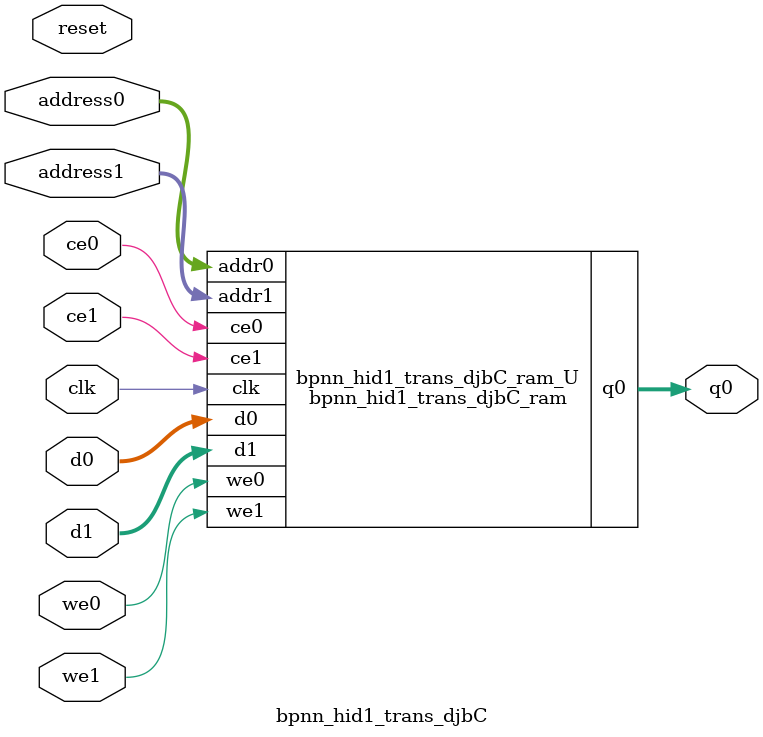
<source format=v>

`timescale 1 ns / 1 ps
module bpnn_hid1_trans_djbC_ram (addr0, ce0, d0, we0, q0, addr1, ce1, d1, we1,  clk);

parameter DWIDTH = 20;
parameter AWIDTH = 5;
parameter MEM_SIZE = 20;

input[AWIDTH-1:0] addr0;
input ce0;
input[DWIDTH-1:0] d0;
input we0;
output reg[DWIDTH-1:0] q0;
input[AWIDTH-1:0] addr1;
input ce1;
input[DWIDTH-1:0] d1;
input we1;
input clk;

(* ram_style = "block" *)reg [DWIDTH-1:0] ram[0:MEM_SIZE-1];




always @(posedge clk)  
begin 
    if (ce0) 
    begin
        if (we0) 
        begin 
            ram[addr0] <= d0; 
            q0 <= d0;
        end 
        else 
            q0 <= ram[addr0];
    end
end


always @(posedge clk)  
begin 
    if (ce1) 
    begin
        if (we1) 
        begin 
            ram[addr1] <= d1; 
        end 
    end
end


endmodule


`timescale 1 ns / 1 ps
module bpnn_hid1_trans_djbC(
    reset,
    clk,
    address0,
    ce0,
    we0,
    d0,
    q0,
    address1,
    ce1,
    we1,
    d1);

parameter DataWidth = 32'd20;
parameter AddressRange = 32'd20;
parameter AddressWidth = 32'd5;
input reset;
input clk;
input[AddressWidth - 1:0] address0;
input ce0;
input we0;
input[DataWidth - 1:0] d0;
output[DataWidth - 1:0] q0;
input[AddressWidth - 1:0] address1;
input ce1;
input we1;
input[DataWidth - 1:0] d1;



bpnn_hid1_trans_djbC_ram bpnn_hid1_trans_djbC_ram_U(
    .clk( clk ),
    .addr0( address0 ),
    .ce0( ce0 ),
    .we0( we0 ),
    .d0( d0 ),
    .q0( q0 ),
    .addr1( address1 ),
    .ce1( ce1 ),
    .we1( we1 ),
    .d1( d1 ));

endmodule


</source>
